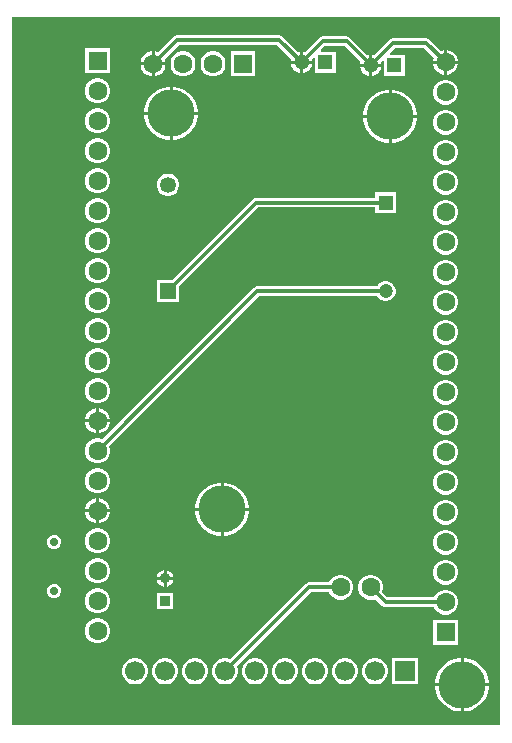
<source format=gbl>
%FSTAX23Y23*%
%MOIN*%
%SFA1B1*%

%IPPOS*%
%ADD20C,0.047240*%
%ADD21R,0.047240X0.047240*%
%ADD23C,0.051180*%
%ADD24R,0.051180X0.051180*%
%ADD25C,0.035430*%
%ADD26R,0.035430X0.035430*%
%ADD30C,0.066930*%
%ADD31R,0.066930X0.066930*%
%ADD36C,0.011810*%
%ADD38C,0.062990*%
%ADD39R,0.062990X0.062990*%
%ADD40C,0.027560*%
%ADD41R,0.053150X0.053150*%
%ADD42C,0.053150*%
%ADD43R,0.062990X0.062990*%
%ADD44C,0.157480*%
%LNoverlay-1*%
%LPD*%
G36*
X02605Y01045D02*
X02604Y01045D01*
X0098*
Y03405*
X02605*
Y01045*
G37*
%LNoverlay-2*%
%LPC*%
G36*
X0243Y03296D02*
X0243D01*
Y0326*
X02466*
Y0326*
X02463Y03271*
X02458Y0328*
X0245Y03288*
X02441Y03293*
X0243Y03296*
G37*
G36*
X0236Y03336D02*
X0225D01*
X02244Y03334*
X02239Y03331*
X02186Y03278*
X0218Y0328*
Y0325*
X02211*
X02209Y03255*
X02214Y0326*
X02218Y03258*
Y03209*
X02289*
Y0328*
X0224*
X02238Y03285*
X02257Y03303*
X02353*
X02386Y0327*
X02383Y0326*
Y0326*
X0242*
Y03296*
X02419*
X02409Y03293*
X02371Y03331*
X02366Y03334*
X0236Y03336*
G37*
G36*
X0187Y03346D02*
X0153D01*
X01523Y03344*
X01518Y03341*
X01465Y03288*
X01455Y03291*
X01455*
Y03255*
X01491*
Y03255*
X01488Y03265*
X01536Y03313*
X01863*
X01911Y03265*
X01909Y0326*
X0194*
Y0329*
X01934Y03288*
X01881Y03341*
X01876Y03344*
X0187Y03346*
G37*
G36*
X01445Y03291D02*
X01444D01*
X01433Y03288*
X01424Y03283*
X01416Y03275*
X01411Y03266*
X01408Y03255*
Y03255*
X01445*
Y03291*
G37*
G36*
X02095Y03341D02*
X02015D01*
X02008Y03339*
X02003Y03336*
X01955Y03288*
X0195Y0329*
Y0326*
X0198*
X01978Y03265*
X01983Y0327*
X01988Y03268*
Y03219*
X02059*
Y0329*
X0201*
X02008Y03295*
X02021Y03308*
X02088*
X02141Y03255*
X0214Y0325*
X0217*
Y0328*
X02164Y03278*
X02107Y03336*
X02101Y03339*
X02095Y03341*
G37*
G36*
X0198Y0325D02*
X0195D01*
Y03219*
X01958Y03221*
X01966Y03226*
X01973Y03233*
X01978Y03241*
X0198Y0325*
G37*
G36*
X0194D02*
X01909D01*
X01911Y03241*
X01916Y03233*
X01923Y03226*
X01931Y03221*
X0194Y03219*
Y0325*
G37*
G36*
X01306Y03301D02*
X01223D01*
Y03218*
X01306*
Y03301*
G37*
G36*
X02466Y0325D02*
X0243D01*
Y03213*
X0243*
X02441Y03216*
X0245Y03221*
X02458Y03229*
X02463Y03238*
X02466Y03249*
Y0325*
G37*
G36*
X0242D02*
X02383D01*
Y03249*
X02386Y03238*
X02391Y03229*
X02399Y03221*
X02408Y03216*
X02419Y03213*
X0242*
Y0325*
G37*
G36*
X02211Y0324D02*
X0218D01*
Y03209*
X02189Y03211*
X02197Y03216*
X02204Y03223*
X02208Y03231*
X02211Y0324*
G37*
G36*
X0217D02*
X0214D01*
X02142Y03231*
X02147Y03223*
X02153Y03216*
X02161Y03211*
X0217Y03209*
Y0324*
G37*
G36*
X01791Y03291D02*
X01708D01*
Y03208*
X01791*
Y03291*
G37*
G36*
X01655D02*
X01644D01*
X01633Y03288*
X01624Y03283*
X01616Y03275*
X01611Y03266*
X01608Y03255*
Y03244*
X01611Y03233*
X01616Y03224*
X01624Y03216*
X01633Y03211*
X01644Y03208*
X01655*
X01666Y03211*
X01675Y03216*
X01683Y03224*
X01688Y03233*
X01691Y03244*
Y03255*
X01688Y03266*
X01683Y03275*
X01675Y03283*
X01666Y03288*
X01655Y03291*
G37*
G36*
X01555D02*
X01544D01*
X01533Y03288*
X01524Y03283*
X01516Y03275*
X01511Y03266*
X01508Y03255*
Y03244*
X01511Y03233*
X01516Y03224*
X01524Y03216*
X01533Y03211*
X01544Y03208*
X01555*
X01566Y03211*
X01575Y03216*
X01583Y03224*
X01588Y03233*
X01591Y03244*
Y03255*
X01588Y03266*
X01583Y03275*
X01575Y03283*
X01566Y03288*
X01555Y03291*
G37*
G36*
X01491Y03245D02*
X01455D01*
Y03208*
X01455*
X01466Y03211*
X01475Y03216*
X01483Y03224*
X01488Y03233*
X01491Y03244*
Y03245*
G37*
G36*
X01445D02*
X01408D01*
Y03244*
X01411Y03233*
X01416Y03224*
X01424Y03216*
X01433Y03211*
X01444Y03208*
X01445*
Y03245*
G37*
G36*
X0127Y03201D02*
X01259D01*
X01248Y03198*
X01239Y03193*
X01231Y03185*
X01226Y03176*
X01223Y03165*
Y03154*
X01226Y03143*
X01231Y03134*
X01239Y03126*
X01248Y03121*
X01259Y03118*
X0127*
X01281Y03121*
X0129Y03126*
X01298Y03134*
X01303Y03143*
X01306Y03154*
Y03165*
X01303Y03176*
X01298Y03185*
X0129Y03193*
X01281Y03198*
X0127Y03201*
G37*
G36*
X0243Y03196D02*
X02419D01*
X02408Y03193*
X02399Y03188*
X02391Y0318*
X02386Y03171*
X02383Y0316*
Y03149*
X02386Y03138*
X02391Y03129*
X02399Y03121*
X02408Y03116*
X02419Y03113*
X0243*
X02441Y03116*
X0245Y03121*
X02458Y03129*
X02463Y03138*
X02466Y03149*
Y0316*
X02463Y03171*
X02458Y0318*
X0245Y03188*
X02441Y03193*
X0243Y03196*
G37*
G36*
X01518Y03173D02*
X01515D01*
Y0309*
X01598*
Y03093*
X01595Y0311*
X01588Y03127*
X01578Y03141*
X01566Y03153*
X01552Y03163*
X01535Y0317*
X01518Y03173*
G37*
G36*
X01505D02*
X01501D01*
X01484Y0317*
X01467Y03163*
X01453Y03153*
X01441Y03141*
X01431Y03127*
X01424Y0311*
X01421Y03093*
Y0309*
X01505*
Y03173*
G37*
G36*
X02248Y03163D02*
X02245D01*
Y0308*
X02328*
Y03083*
X02325Y031*
X02318Y03117*
X02308Y03131*
X02296Y03143*
X02282Y03153*
X02265Y0316*
X02248Y03163*
G37*
G36*
X02235D02*
X02231D01*
X02214Y0316*
X02197Y03153*
X02183Y03143*
X02171Y03131*
X02161Y03117*
X02154Y031*
X02151Y03083*
Y0308*
X02235*
Y03163*
G37*
G36*
X0127Y03101D02*
X01259D01*
X01248Y03098*
X01239Y03093*
X01231Y03085*
X01226Y03076*
X01223Y03065*
Y03054*
X01226Y03043*
X01231Y03034*
X01239Y03026*
X01248Y03021*
X01259Y03018*
X0127*
X01281Y03021*
X0129Y03026*
X01298Y03034*
X01303Y03043*
X01306Y03054*
Y03065*
X01303Y03076*
X01298Y03085*
X0129Y03093*
X01281Y03098*
X0127Y03101*
G37*
G36*
X0243Y03096D02*
X02419D01*
X02408Y03093*
X02399Y03088*
X02391Y0308*
X02386Y03071*
X02383Y0306*
Y03049*
X02386Y03038*
X02391Y03029*
X02399Y03021*
X02408Y03016*
X02419Y03013*
X0243*
X02441Y03016*
X0245Y03021*
X02458Y03029*
X02463Y03038*
X02466Y03049*
Y0306*
X02463Y03071*
X02458Y0308*
X0245Y03088*
X02441Y03093*
X0243Y03096*
G37*
G36*
X01598Y0308D02*
X01515D01*
Y02996*
X01518*
X01535Y02999*
X01552Y03006*
X01566Y03016*
X01578Y03028*
X01588Y03042*
X01595Y03059*
X01598Y03076*
Y0308*
G37*
G36*
X01505D02*
X01421D01*
Y03076*
X01424Y03059*
X01431Y03042*
X01441Y03028*
X01453Y03016*
X01467Y03006*
X01484Y02999*
X01501Y02996*
X01505*
Y0308*
G37*
G36*
X02328Y0307D02*
X02245D01*
Y02986*
X02248*
X02265Y02989*
X02282Y02996*
X02296Y03006*
X02308Y03018*
X02318Y03032*
X02325Y03049*
X02328Y03066*
Y0307*
G37*
G36*
X02235D02*
X02151D01*
Y03066*
X02154Y03049*
X02161Y03032*
X02171Y03018*
X02183Y03006*
X02197Y02996*
X02214Y02989*
X02231Y02986*
X02235*
Y0307*
G37*
G36*
X0127Y03001D02*
X01259D01*
X01248Y02998*
X01239Y02993*
X01231Y02985*
X01226Y02976*
X01223Y02965*
Y02954*
X01226Y02943*
X01231Y02934*
X01239Y02926*
X01248Y02921*
X01259Y02918*
X0127*
X01281Y02921*
X0129Y02926*
X01298Y02934*
X01303Y02943*
X01306Y02954*
Y02965*
X01303Y02976*
X01298Y02985*
X0129Y02993*
X01281Y02998*
X0127Y03001*
G37*
G36*
X0243Y02996D02*
X02419D01*
X02408Y02993*
X02399Y02988*
X02391Y0298*
X02386Y02971*
X02383Y0296*
Y02949*
X02386Y02938*
X02391Y02929*
X02399Y02921*
X02408Y02916*
X02419Y02913*
X0243*
X02441Y02916*
X0245Y02921*
X02458Y02929*
X02463Y02938*
X02466Y02949*
Y0296*
X02463Y02971*
X02458Y0298*
X0245Y02988*
X02441Y02993*
X0243Y02996*
G37*
G36*
X0127Y02901D02*
X01259D01*
X01248Y02898*
X01239Y02893*
X01231Y02885*
X01226Y02876*
X01223Y02865*
Y02854*
X01226Y02843*
X01231Y02834*
X01239Y02826*
X01248Y02821*
X01259Y02818*
X0127*
X01281Y02821*
X0129Y02826*
X01298Y02834*
X01303Y02843*
X01306Y02854*
Y02865*
X01303Y02876*
X01298Y02885*
X0129Y02893*
X01281Y02898*
X0127Y02901*
G37*
G36*
X0243Y02896D02*
X02419D01*
X02408Y02893*
X02399Y02888*
X02391Y0288*
X02386Y02871*
X02383Y0286*
Y02849*
X02386Y02838*
X02391Y02829*
X02399Y02821*
X02408Y02816*
X02419Y02813*
X0243*
X02441Y02816*
X0245Y02821*
X02458Y02829*
X02463Y02838*
X02466Y02849*
Y0286*
X02463Y02871*
X02458Y0288*
X0245Y02888*
X02441Y02893*
X0243Y02896*
G37*
G36*
X01504Y02883D02*
X01495D01*
X01485Y02881*
X01477Y02876*
X0147Y02869*
X01465Y02861*
X01463Y02851*
Y02842*
X01465Y02833*
X0147Y02824*
X01477Y02817*
X01485Y02813*
X01495Y0281*
X01504*
X01514Y02813*
X01522Y02817*
X01529Y02824*
X01534Y02833*
X01536Y02842*
Y02851*
X01534Y02861*
X01529Y02869*
X01522Y02876*
X01514Y02881*
X01504Y02883*
G37*
G36*
X02258Y02821D02*
X02191D01*
Y02803*
X01794*
X01788Y02802*
X01783Y02799*
X01513Y02529*
X01463*
Y02456*
X01536*
Y02506*
X01801Y02771*
X02191*
Y02754*
X02258*
Y02821*
G37*
G36*
X0127Y02801D02*
X01259D01*
X01248Y02798*
X01239Y02793*
X01231Y02785*
X01226Y02776*
X01223Y02765*
Y02754*
X01226Y02743*
X01231Y02734*
X01239Y02726*
X01248Y02721*
X01259Y02718*
X0127*
X01281Y02721*
X0129Y02726*
X01298Y02734*
X01303Y02743*
X01306Y02754*
Y02765*
X01303Y02776*
X01298Y02785*
X0129Y02793*
X01281Y02798*
X0127Y02801*
G37*
G36*
X0243Y02796D02*
X02419D01*
X02408Y02793*
X02399Y02788*
X02391Y0278*
X02386Y02771*
X02383Y0276*
Y02749*
X02386Y02738*
X02391Y02729*
X02399Y02721*
X02408Y02716*
X02419Y02713*
X0243*
X02441Y02716*
X0245Y02721*
X02458Y02729*
X02463Y02738*
X02466Y02749*
Y0276*
X02463Y02771*
X02458Y0278*
X0245Y02788*
X02441Y02793*
X0243Y02796*
G37*
G36*
X0127Y02701D02*
X01259D01*
X01248Y02698*
X01239Y02693*
X01231Y02685*
X01226Y02676*
X01223Y02665*
Y02654*
X01226Y02643*
X01231Y02634*
X01239Y02626*
X01248Y02621*
X01259Y02618*
X0127*
X01281Y02621*
X0129Y02626*
X01298Y02634*
X01303Y02643*
X01306Y02654*
Y02665*
X01303Y02676*
X01298Y02685*
X0129Y02693*
X01281Y02698*
X0127Y02701*
G37*
G36*
X0243Y02696D02*
X02419D01*
X02408Y02693*
X02399Y02688*
X02391Y0268*
X02386Y02671*
X02383Y0266*
Y02649*
X02386Y02638*
X02391Y02629*
X02399Y02621*
X02408Y02616*
X02419Y02613*
X0243*
X02441Y02616*
X0245Y02621*
X02458Y02629*
X02463Y02638*
X02466Y02649*
Y0266*
X02463Y02671*
X02458Y0268*
X0245Y02688*
X02441Y02693*
X0243Y02696*
G37*
G36*
X0127Y02601D02*
X01259D01*
X01248Y02598*
X01239Y02593*
X01231Y02585*
X01226Y02576*
X01223Y02565*
Y02554*
X01226Y02543*
X01231Y02534*
X01239Y02526*
X01248Y02521*
X01259Y02518*
X0127*
X01281Y02521*
X0129Y02526*
X01298Y02534*
X01303Y02543*
X01306Y02554*
Y02565*
X01303Y02576*
X01298Y02585*
X0129Y02593*
X01281Y02598*
X0127Y02601*
G37*
G36*
X0243Y02596D02*
X02419D01*
X02408Y02593*
X02399Y02588*
X02391Y0258*
X02386Y02571*
X02383Y0256*
Y02549*
X02386Y02538*
X02391Y02529*
X02399Y02521*
X02408Y02516*
X02419Y02513*
X0243*
X02441Y02516*
X0245Y02521*
X02458Y02529*
X02463Y02538*
X02466Y02549*
Y0256*
X02463Y02571*
X02458Y0258*
X0245Y02588*
X02441Y02593*
X0243Y02596*
G37*
G36*
X02229Y02525D02*
X0222D01*
X02212Y02523*
X02204Y02519*
X02198Y02513*
X02195Y02508*
X01797*
X01791Y02507*
X01785Y02503*
X0128Y01998*
X0127Y02001*
X01259*
X01248Y01998*
X01239Y01993*
X01231Y01985*
X01226Y01976*
X01223Y01965*
Y01954*
X01226Y01943*
X01231Y01934*
X01239Y01926*
X01248Y01921*
X01259Y01918*
X0127*
X01281Y01921*
X0129Y01926*
X01298Y01934*
X01303Y01943*
X01306Y01954*
Y01965*
X01303Y01975*
X01804Y02476*
X02195*
X02198Y02471*
X02204Y02465*
X02212Y02461*
X0222Y02458*
X02229*
X02237Y02461*
X02245Y02465*
X02251Y02471*
X02256Y02479*
X02258Y02487*
Y02496*
X02256Y02505*
X02251Y02513*
X02245Y02519*
X02237Y02523*
X02229Y02525*
G37*
G36*
X0127Y02501D02*
X01259D01*
X01248Y02498*
X01239Y02493*
X01231Y02485*
X01226Y02476*
X01223Y02465*
Y02454*
X01226Y02443*
X01231Y02434*
X01239Y02426*
X01248Y02421*
X01259Y02418*
X0127*
X01281Y02421*
X0129Y02426*
X01298Y02434*
X01303Y02443*
X01306Y02454*
Y02465*
X01303Y02476*
X01298Y02485*
X0129Y02493*
X01281Y02498*
X0127Y02501*
G37*
G36*
X0243Y02496D02*
X02419D01*
X02408Y02493*
X02399Y02488*
X02391Y0248*
X02386Y02471*
X02383Y0246*
Y02449*
X02386Y02438*
X02391Y02429*
X02399Y02421*
X02408Y02416*
X02419Y02413*
X0243*
X02441Y02416*
X0245Y02421*
X02458Y02429*
X02463Y02438*
X02466Y02449*
Y0246*
X02463Y02471*
X02458Y0248*
X0245Y02488*
X02441Y02493*
X0243Y02496*
G37*
G36*
X0127Y02401D02*
X01259D01*
X01248Y02398*
X01239Y02393*
X01231Y02385*
X01226Y02376*
X01223Y02365*
Y02354*
X01226Y02343*
X01231Y02334*
X01239Y02326*
X01248Y02321*
X01259Y02318*
X0127*
X01281Y02321*
X0129Y02326*
X01298Y02334*
X01303Y02343*
X01306Y02354*
Y02365*
X01303Y02376*
X01298Y02385*
X0129Y02393*
X01281Y02398*
X0127Y02401*
G37*
G36*
X0243Y02396D02*
X02419D01*
X02408Y02393*
X02399Y02388*
X02391Y0238*
X02386Y02371*
X02383Y0236*
Y02349*
X02386Y02338*
X02391Y02329*
X02399Y02321*
X02408Y02316*
X02419Y02313*
X0243*
X02441Y02316*
X0245Y02321*
X02458Y02329*
X02463Y02338*
X02466Y02349*
Y0236*
X02463Y02371*
X02458Y0238*
X0245Y02388*
X02441Y02393*
X0243Y02396*
G37*
G36*
X0127Y02301D02*
X01259D01*
X01248Y02298*
X01239Y02293*
X01231Y02285*
X01226Y02276*
X01223Y02265*
Y02254*
X01226Y02243*
X01231Y02234*
X01239Y02226*
X01248Y02221*
X01259Y02218*
X0127*
X01281Y02221*
X0129Y02226*
X01298Y02234*
X01303Y02243*
X01306Y02254*
Y02265*
X01303Y02276*
X01298Y02285*
X0129Y02293*
X01281Y02298*
X0127Y02301*
G37*
G36*
X0243Y02296D02*
X02419D01*
X02408Y02293*
X02399Y02288*
X02391Y0228*
X02386Y02271*
X02383Y0226*
Y02249*
X02386Y02238*
X02391Y02229*
X02399Y02221*
X02408Y02216*
X02419Y02213*
X0243*
X02441Y02216*
X0245Y02221*
X02458Y02229*
X02463Y02238*
X02466Y02249*
Y0226*
X02463Y02271*
X02458Y0228*
X0245Y02288*
X02441Y02293*
X0243Y02296*
G37*
G36*
X0127Y02201D02*
X01259D01*
X01248Y02198*
X01239Y02193*
X01231Y02185*
X01226Y02176*
X01223Y02165*
Y02154*
X01226Y02143*
X01231Y02134*
X01239Y02126*
X01248Y02121*
X01259Y02118*
X0127*
X01281Y02121*
X0129Y02126*
X01298Y02134*
X01303Y02143*
X01306Y02154*
Y02165*
X01303Y02176*
X01298Y02185*
X0129Y02193*
X01281Y02198*
X0127Y02201*
G37*
G36*
X0243Y02196D02*
X02419D01*
X02408Y02193*
X02399Y02188*
X02391Y0218*
X02386Y02171*
X02383Y0216*
Y02149*
X02386Y02138*
X02391Y02129*
X02399Y02121*
X02408Y02116*
X02419Y02113*
X0243*
X02441Y02116*
X0245Y02121*
X02458Y02129*
X02463Y02138*
X02466Y02149*
Y0216*
X02463Y02171*
X02458Y0218*
X0245Y02188*
X02441Y02193*
X0243Y02196*
G37*
G36*
X0127Y02101D02*
X0127D01*
Y02065*
X01306*
Y02065*
X01303Y02076*
X01298Y02085*
X0129Y02093*
X01281Y02098*
X0127Y02101*
G37*
G36*
X0126D02*
X01259D01*
X01248Y02098*
X01239Y02093*
X01231Y02085*
X01226Y02076*
X01223Y02065*
Y02065*
X0126*
Y02101*
G37*
G36*
X01306Y02055D02*
X0127D01*
Y02018*
X0127*
X01281Y02021*
X0129Y02026*
X01298Y02034*
X01303Y02043*
X01306Y02054*
Y02055*
G37*
G36*
X0126D02*
X01223D01*
Y02054*
X01226Y02043*
X01231Y02034*
X01239Y02026*
X01248Y02021*
X01259Y02018*
X0126*
Y02055*
G37*
G36*
X0243Y02096D02*
X02419D01*
X02408Y02093*
X02399Y02088*
X02391Y0208*
X02386Y02071*
X02383Y0206*
Y02049*
X02386Y02038*
X02391Y02029*
X02399Y02021*
X02408Y02016*
X02419Y02013*
X0243*
X02441Y02016*
X0245Y02021*
X02458Y02029*
X02463Y02038*
X02466Y02049*
Y0206*
X02463Y02071*
X02458Y0208*
X0245Y02088*
X02441Y02093*
X0243Y02096*
G37*
G36*
Y01996D02*
X02419D01*
X02408Y01993*
X02399Y01988*
X02391Y0198*
X02386Y01971*
X02383Y0196*
Y01949*
X02386Y01938*
X02391Y01929*
X02399Y01921*
X02408Y01916*
X02419Y01913*
X0243*
X02441Y01916*
X0245Y01921*
X02458Y01929*
X02463Y01938*
X02466Y01949*
Y0196*
X02463Y01971*
X02458Y0198*
X0245Y01988*
X02441Y01993*
X0243Y01996*
G37*
G36*
X0127Y01901D02*
X01259D01*
X01248Y01898*
X01239Y01893*
X01231Y01885*
X01226Y01876*
X01223Y01865*
Y01854*
X01226Y01843*
X01231Y01834*
X01239Y01826*
X01248Y01821*
X01259Y01818*
X0127*
X01281Y01821*
X0129Y01826*
X01298Y01834*
X01303Y01843*
X01306Y01854*
Y01865*
X01303Y01876*
X01298Y01885*
X0129Y01893*
X01281Y01898*
X0127Y01901*
G37*
G36*
X0243Y01896D02*
X02419D01*
X02408Y01893*
X02399Y01888*
X02391Y0188*
X02386Y01871*
X02383Y0186*
Y01849*
X02386Y01838*
X02391Y01829*
X02399Y01821*
X02408Y01816*
X02419Y01813*
X0243*
X02441Y01816*
X0245Y01821*
X02458Y01829*
X02463Y01838*
X02466Y01849*
Y0186*
X02463Y01871*
X02458Y0188*
X0245Y01888*
X02441Y01893*
X0243Y01896*
G37*
G36*
X01688Y01853D02*
X01685D01*
Y0177*
X01768*
Y01773*
X01765Y0179*
X01758Y01807*
X01748Y01821*
X01736Y01833*
X01722Y01843*
X01705Y0185*
X01688Y01853*
G37*
G36*
X01675D02*
X01671D01*
X01654Y0185*
X01637Y01843*
X01623Y01833*
X01611Y01821*
X01601Y01807*
X01594Y0179*
X01591Y01773*
Y0177*
X01675*
Y01853*
G37*
G36*
X0127Y01801D02*
X0127D01*
Y01765*
X01306*
Y01765*
X01303Y01776*
X01298Y01785*
X0129Y01793*
X01281Y01798*
X0127Y01801*
G37*
G36*
X0126D02*
X01259D01*
X01248Y01798*
X01239Y01793*
X01231Y01785*
X01226Y01776*
X01223Y01765*
Y01765*
X0126*
Y01801*
G37*
G36*
X01306Y01755D02*
X0127D01*
Y01718*
X0127*
X01281Y01721*
X0129Y01726*
X01298Y01734*
X01303Y01743*
X01306Y01754*
Y01755*
G37*
G36*
X0126D02*
X01223D01*
Y01754*
X01226Y01743*
X01231Y01734*
X01239Y01726*
X01248Y01721*
X01259Y01718*
X0126*
Y01755*
G37*
G36*
X0243Y01796D02*
X02419D01*
X02408Y01793*
X02399Y01788*
X02391Y0178*
X02386Y01771*
X02383Y0176*
Y01749*
X02386Y01738*
X02391Y01729*
X02399Y01721*
X02408Y01716*
X02419Y01713*
X0243*
X02441Y01716*
X0245Y01721*
X02458Y01729*
X02463Y01738*
X02466Y01749*
Y0176*
X02463Y01771*
X02458Y0178*
X0245Y01788*
X02441Y01793*
X0243Y01796*
G37*
G36*
X01768Y0176D02*
X01685D01*
Y01676*
X01688*
X01705Y01679*
X01722Y01686*
X01736Y01696*
X01748Y01708*
X01758Y01722*
X01765Y01739*
X01768Y01756*
Y0176*
G37*
G36*
X01675D02*
X01591D01*
Y01756*
X01594Y01739*
X01601Y01722*
X01611Y01708*
X01623Y01696*
X01637Y01686*
X01654Y01679*
X01671Y01676*
X01675*
Y0176*
G37*
G36*
X01125Y0168D02*
X01116D01*
X01107Y01676*
X011Y0167*
X01097Y01661*
Y01651*
X011Y01643*
X01107Y01636*
X01116Y01632*
X01125*
X01134Y01636*
X01141Y01643*
X01144Y01651*
Y01661*
X01141Y0167*
X01134Y01676*
X01125Y0168*
G37*
G36*
X0127Y01701D02*
X01259D01*
X01248Y01698*
X01239Y01693*
X01231Y01685*
X01226Y01676*
X01223Y01665*
Y01654*
X01226Y01643*
X01231Y01634*
X01239Y01626*
X01248Y01621*
X01259Y01618*
X0127*
X01281Y01621*
X0129Y01626*
X01298Y01634*
X01303Y01643*
X01306Y01654*
Y01665*
X01303Y01676*
X01298Y01685*
X0129Y01693*
X01281Y01698*
X0127Y01701*
G37*
G36*
X0243Y01696D02*
X02419D01*
X02408Y01693*
X02399Y01688*
X02391Y0168*
X02386Y01671*
X02383Y0166*
Y01649*
X02386Y01638*
X02391Y01629*
X02399Y01621*
X02408Y01616*
X02419Y01613*
X0243*
X02441Y01616*
X0245Y01621*
X02458Y01629*
X02463Y01638*
X02466Y01649*
Y0166*
X02463Y01671*
X02458Y0168*
X0245Y01688*
X02441Y01693*
X0243Y01696*
G37*
G36*
X01495Y01562D02*
Y0154D01*
X01517*
X01515Y01545*
X01512Y01552*
X01507Y01557*
X015Y0156*
X01495Y01562*
G37*
G36*
X01485D02*
X01479Y0156D01*
X01472Y01557*
X01467Y01552*
X01464Y01545*
X01462Y0154*
X01485*
Y01562*
G37*
G36*
X0127Y01601D02*
X01259D01*
X01248Y01598*
X01239Y01593*
X01231Y01585*
X01226Y01576*
X01223Y01565*
Y01554*
X01226Y01543*
X01231Y01534*
X01239Y01526*
X01248Y01521*
X01259Y01518*
X0127*
X01281Y01521*
X0129Y01526*
X01298Y01534*
X01303Y01543*
X01306Y01554*
Y01565*
X01303Y01576*
X01298Y01585*
X0129Y01593*
X01281Y01598*
X0127Y01601*
G37*
G36*
X0243Y01596D02*
X02419D01*
X02408Y01593*
X02399Y01588*
X02391Y0158*
X02386Y01571*
X02383Y0156*
Y01549*
X02386Y01538*
X02391Y01529*
X02399Y01521*
X02408Y01516*
X02419Y01513*
X0243*
X02441Y01516*
X0245Y01521*
X02458Y01529*
X02463Y01538*
X02466Y01549*
Y0156*
X02463Y01571*
X02458Y0158*
X0245Y01588*
X02441Y01593*
X0243Y01596*
G37*
G36*
X01517Y0153D02*
X01495D01*
Y01507*
X015Y01509*
X01507Y01512*
X01512Y01517*
X01515Y01524*
X01517Y0153*
G37*
G36*
X01485D02*
X01462D01*
X01464Y01524*
X01467Y01517*
X01472Y01512*
X01479Y01509*
X01485Y01507*
Y0153*
G37*
G36*
X01125Y01517D02*
X01116D01*
X01107Y01513*
X011Y01506*
X01097Y01498*
Y01488*
X011Y01479*
X01107Y01473*
X01116Y01469*
X01125*
X01134Y01473*
X01141Y01479*
X01144Y01488*
Y01498*
X01141Y01506*
X01134Y01513*
X01125Y01517*
G37*
G36*
X0208Y01546D02*
X02069D01*
X02058Y01543*
X02049Y01538*
X02041Y0153*
X02036Y01521*
X0197*
X01963Y01519*
X01958Y01516*
X01707Y01265*
X01706Y01265*
X01695Y01268*
X01684*
X01673Y01265*
X01663Y01259*
X01655Y01251*
X01649Y01241*
X01646Y0123*
Y01219*
X01649Y01208*
X01655Y01198*
X01663Y0119*
X01673Y01184*
X01684Y01181*
X01695*
X01706Y01184*
X01716Y0119*
X01724Y01198*
X0173Y01208*
X01733Y01219*
Y0123*
X0173Y01241*
X0173Y01242*
X01976Y01488*
X02036*
X02041Y01479*
X02049Y01471*
X02058Y01466*
X02069Y01463*
X0208*
X02091Y01466*
X021Y01471*
X02108Y01479*
X02113Y01488*
X02116Y01499*
Y0151*
X02113Y01521*
X02108Y0153*
X021Y01538*
X02091Y01543*
X0208Y01546*
G37*
G36*
X01517Y01487D02*
X01462D01*
Y01432*
X01517*
Y01487*
G37*
G36*
X0127Y01501D02*
X01259D01*
X01248Y01498*
X01239Y01493*
X01231Y01485*
X01226Y01476*
X01223Y01465*
Y01454*
X01226Y01443*
X01231Y01434*
X01239Y01426*
X01248Y01421*
X01259Y01418*
X0127*
X01281Y01421*
X0129Y01426*
X01298Y01434*
X01303Y01443*
X01306Y01454*
Y01465*
X01303Y01476*
X01298Y01485*
X0129Y01493*
X01281Y01498*
X0127Y01501*
G37*
G36*
X0218Y01546D02*
X02169D01*
X02158Y01543*
X02149Y01538*
X02141Y0153*
X02136Y01521*
X02133Y0151*
Y01499*
X02136Y01488*
X02141Y01479*
X02149Y01471*
X02158Y01466*
X02169Y01463*
X0218*
X0219Y01466*
X02213Y01443*
X02218Y0144*
X02225Y01438*
X02386*
X02391Y01429*
X02399Y01421*
X02408Y01416*
X02419Y01413*
X0243*
X02441Y01416*
X0245Y01421*
X02458Y01429*
X02463Y01438*
X02466Y01449*
Y0146*
X02463Y01471*
X02458Y0148*
X0245Y01488*
X02441Y01493*
X0243Y01496*
X02419*
X02408Y01493*
X02399Y01488*
X02391Y0148*
X02386Y01471*
X02231*
X02213Y01489*
X02216Y01499*
Y0151*
X02213Y01521*
X02208Y0153*
X022Y01538*
X02191Y01543*
X0218Y01546*
G37*
G36*
X0127Y01401D02*
X01259D01*
X01248Y01398*
X01239Y01393*
X01231Y01385*
X01226Y01376*
X01223Y01365*
Y01354*
X01226Y01343*
X01231Y01334*
X01239Y01326*
X01248Y01321*
X01259Y01318*
X0127*
X01281Y01321*
X0129Y01326*
X01298Y01334*
X01303Y01343*
X01306Y01354*
Y01365*
X01303Y01376*
X01298Y01385*
X0129Y01393*
X01281Y01398*
X0127Y01401*
G37*
G36*
X02466Y01396D02*
X02383D01*
Y01313*
X02466*
Y01396*
G37*
G36*
X02488Y01268D02*
X02485D01*
Y01185*
X02568*
Y01188*
X02565Y01205*
X02558Y01222*
X02548Y01236*
X02536Y01248*
X02522Y01258*
X02505Y01265*
X02488Y01268*
G37*
G36*
X02475D02*
X02471D01*
X02454Y01265*
X02437Y01258*
X02423Y01248*
X02411Y01236*
X02401Y01222*
X02394Y01205*
X02391Y01188*
Y01185*
X02475*
Y01268*
G37*
G36*
X02333Y01268D02*
X02246D01*
Y01181*
X02333*
Y01268*
G37*
G36*
X02195D02*
X02184D01*
X02173Y01265*
X02163Y01259*
X02155Y01251*
X02149Y01241*
X02146Y0123*
Y01219*
X02149Y01208*
X02155Y01198*
X02163Y0119*
X02173Y01184*
X02184Y01181*
X02195*
X02206Y01184*
X02216Y0119*
X02224Y01198*
X0223Y01208*
X02233Y01219*
Y0123*
X0223Y01241*
X02224Y01251*
X02216Y01259*
X02206Y01265*
X02195Y01268*
G37*
G36*
X02095D02*
X02084D01*
X02073Y01265*
X02063Y01259*
X02055Y01251*
X02049Y01241*
X02046Y0123*
Y01219*
X02049Y01208*
X02055Y01198*
X02063Y0119*
X02073Y01184*
X02084Y01181*
X02095*
X02106Y01184*
X02116Y0119*
X02124Y01198*
X0213Y01208*
X02133Y01219*
Y0123*
X0213Y01241*
X02124Y01251*
X02116Y01259*
X02106Y01265*
X02095Y01268*
G37*
G36*
X01995D02*
X01984D01*
X01973Y01265*
X01963Y01259*
X01955Y01251*
X01949Y01241*
X01946Y0123*
Y01219*
X01949Y01208*
X01955Y01198*
X01963Y0119*
X01973Y01184*
X01984Y01181*
X01995*
X02006Y01184*
X02016Y0119*
X02024Y01198*
X0203Y01208*
X02033Y01219*
Y0123*
X0203Y01241*
X02024Y01251*
X02016Y01259*
X02006Y01265*
X01995Y01268*
G37*
G36*
X01895D02*
X01884D01*
X01873Y01265*
X01863Y01259*
X01855Y01251*
X01849Y01241*
X01846Y0123*
Y01219*
X01849Y01208*
X01855Y01198*
X01863Y0119*
X01873Y01184*
X01884Y01181*
X01895*
X01906Y01184*
X01916Y0119*
X01924Y01198*
X0193Y01208*
X01933Y01219*
Y0123*
X0193Y01241*
X01924Y01251*
X01916Y01259*
X01906Y01265*
X01895Y01268*
G37*
G36*
X01795D02*
X01784D01*
X01773Y01265*
X01763Y01259*
X01755Y01251*
X01749Y01241*
X01746Y0123*
Y01219*
X01749Y01208*
X01755Y01198*
X01763Y0119*
X01773Y01184*
X01784Y01181*
X01795*
X01806Y01184*
X01816Y0119*
X01824Y01198*
X0183Y01208*
X01833Y01219*
Y0123*
X0183Y01241*
X01824Y01251*
X01816Y01259*
X01806Y01265*
X01795Y01268*
G37*
G36*
X01595D02*
X01584D01*
X01573Y01265*
X01563Y01259*
X01555Y01251*
X01549Y01241*
X01546Y0123*
Y01219*
X01549Y01208*
X01555Y01198*
X01563Y0119*
X01573Y01184*
X01584Y01181*
X01595*
X01606Y01184*
X01616Y0119*
X01624Y01198*
X0163Y01208*
X01633Y01219*
Y0123*
X0163Y01241*
X01624Y01251*
X01616Y01259*
X01606Y01265*
X01595Y01268*
G37*
G36*
X01495D02*
X01484D01*
X01473Y01265*
X01463Y01259*
X01455Y01251*
X01449Y01241*
X01446Y0123*
Y01219*
X01449Y01208*
X01455Y01198*
X01463Y0119*
X01473Y01184*
X01484Y01181*
X01495*
X01506Y01184*
X01516Y0119*
X01524Y01198*
X0153Y01208*
X01533Y01219*
Y0123*
X0153Y01241*
X01524Y01251*
X01516Y01259*
X01506Y01265*
X01495Y01268*
G37*
G36*
X01395D02*
X01384D01*
X01373Y01265*
X01363Y01259*
X01355Y01251*
X01349Y01241*
X01346Y0123*
Y01219*
X01349Y01208*
X01355Y01198*
X01363Y0119*
X01373Y01184*
X01384Y01181*
X01395*
X01406Y01184*
X01416Y0119*
X01424Y01198*
X0143Y01208*
X01433Y01219*
Y0123*
X0143Y01241*
X01424Y01251*
X01416Y01259*
X01406Y01265*
X01395Y01268*
G37*
G36*
X02568Y01175D02*
X02485D01*
Y01091*
X02488*
X02505Y01094*
X02522Y01101*
X02536Y01111*
X02548Y01123*
X02558Y01137*
X02565Y01154*
X02568Y01171*
Y01175*
G37*
G36*
X02475D02*
X02391D01*
Y01171*
X02394Y01154*
X02401Y01137*
X02411Y01123*
X02423Y01111*
X02437Y01101*
X02454Y01094*
X02471Y01091*
X02475*
Y01175*
G37*
%LNoverlay-3*%
%LPD*%
G54D20*
X02225Y02492D03*
G54D21*
X02225Y02787D03*
G54D23*
X01945Y03255D03*
X02175Y03245D03*
G54D24*
X02023Y03255D03*
X02254Y03245D03*
G54D25*
X0149Y01535D03*
G54D26*
X0149Y0146D03*
G54D30*
X0139Y01225D03*
X0149D03*
X0159D03*
X0169D03*
X0179D03*
X0189D03*
X0199D03*
X0209D03*
X0219D03*
G54D31*
X0229Y01225D03*
G54D36*
X0145Y0325D02*
X0153Y0333D01*
X0187*
X01945Y03255*
X02015Y03325*
X02095*
X02175Y03245*
X0225Y0332*
X0236*
X02425Y03255*
X01265Y0196D02*
X01797Y02492D01*
X02225*
X0169Y01225D02*
X0197Y01505D01*
X02075*
X02175D02*
X02225Y01455D01*
X02425*
X015Y02492D02*
X01794Y02787D01*
X02225*
G54D38*
X0145Y0325D03*
X0155D03*
X0165D03*
X02175Y01505D03*
X02075D03*
X02425Y02755D03*
Y02455D03*
Y02355D03*
Y02255D03*
Y02055D03*
Y01955D03*
Y01755D03*
Y01555D03*
Y01455D03*
Y01655D03*
Y01855D03*
Y02155D03*
Y02555D03*
Y02655D03*
Y02855D03*
Y02955D03*
Y03055D03*
Y03155D03*
Y03255D03*
X01265Y0186D03*
Y0216D03*
Y0226D03*
Y0236D03*
Y0256D03*
Y0266D03*
Y0286D03*
Y0306D03*
Y0316D03*
Y0296D03*
Y0276D03*
Y0246D03*
Y0206D03*
Y0196D03*
Y0176D03*
Y0166D03*
Y0156D03*
Y0146D03*
Y0136D03*
G54D39*
X0175Y0325D03*
G54D40*
X01121Y01493D03*
Y01656D03*
G54D41*
X015Y02492D03*
G54D42*
X015Y02847D03*
G54D43*
X02425Y01355D03*
X01265Y0326D03*
G54D44*
X0168Y01765D03*
X0224Y03075D03*
X0151Y03085D03*
X0248Y0118D03*
M02*
</source>
